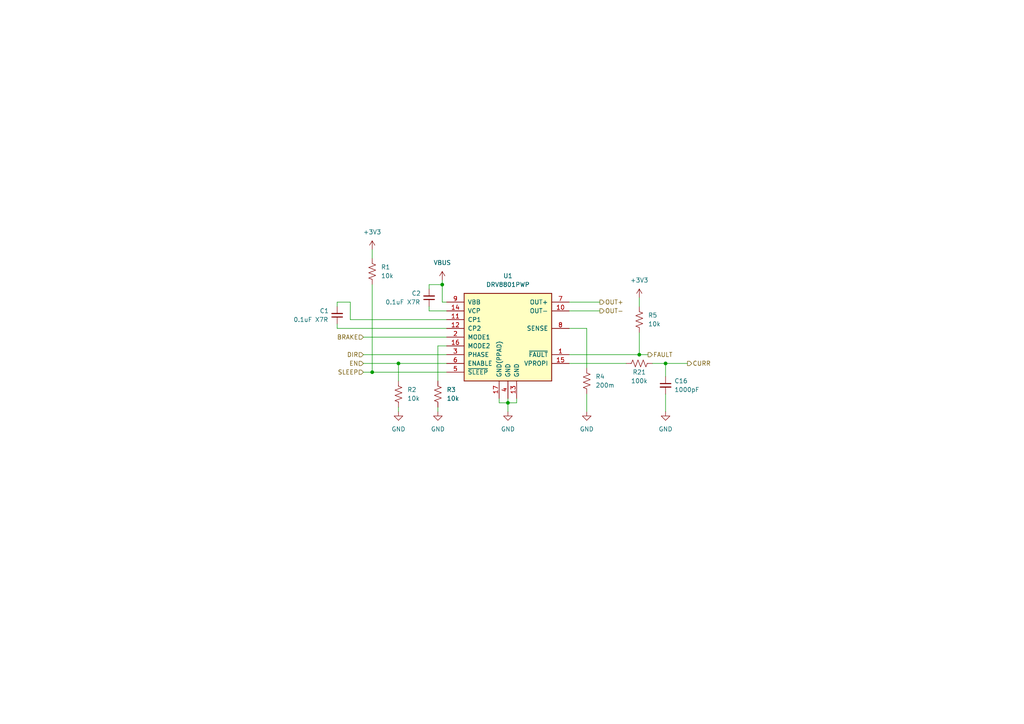
<source format=kicad_sch>
(kicad_sch (version 20211123) (generator eeschema)
  (paper "A4")
  (lib_symbols
    (symbol "Device:C_Small" (pin_numbers hide) (pin_names (offset 0.254) hide)
      (property "Reference" "C" (at 0.254 1.778 0))
      (property "Value" "C_Small" (at 0.254 -2.032 0))
      (symbol "C_Small_0_1"
        (polyline (pts (xy -1.524 -0.508) (xy 1.524 -0.508)) (stroke (width 0.3302)))
        (polyline (pts (xy -1.524 0.508) (xy 1.524 0.508)) (stroke (width 0.3048)))
      )
      (symbol "C_Small_1_1"
        (pin passive line (at 0 2.54 270) (length 2.032) (name "~") (number "1"))
        (pin passive line (at 0 -2.54 90) (length 2.032) (name "~") (number "2"))
      )
    )
    (symbol "Device:R_US" (pin_numbers hide) (pin_names (offset 0))
      (property "Reference" "R" (at 2.54 0 90))
      (property "Value" "R_US" (at -2.54 0 90))
      (symbol "R_US_0_1"
        (polyline (pts (xy 0 -2.286) (xy 0 -2.54)))
        (polyline (pts (xy 0 2.286) (xy 0 2.54)))
        (polyline (pts (xy 0 -0.762) (xy 1.016 -1.143) (xy 0 -1.524) (xy -1.016 -1.905) (xy 0 -2.286)))
        (polyline (pts (xy 0 0.762) (xy 1.016 0.381) (xy 0 0) (xy -1.016 -0.381) (xy 0 -0.762)))
        (polyline (pts (xy 0 2.286) (xy 1.016 1.905) (xy 0 1.524) (xy -1.016 1.143) (xy 0 0.762)))
      )
      (symbol "R_US_1_1"
        (pin passive line (at 0 3.81 270) (length 1.27) (name "~") (number "1"))
        (pin passive line (at 0 -3.81 90) (length 1.27) (name "~") (number "2"))
      )
    )
    (symbol "Driver_Motor:DRV8801PWP" (pin_names (offset 1.016))
      (property "Reference" "U" (at -12.7 16.51 0))
      (property "Value" "DRV8801PWP" (at -12.7 13.97 0))
      (symbol "DRV8801PWP_0_1"
        (rectangle (start -12.7 12.7) (end 12.7 -12.7) (stroke (width 0.254)) (fill (type background)))
      )
      (symbol "DRV8801PWP_1_1"
        (pin open_collector line (at 17.78 -5.08 180) (length 5.08) (name "~{FAULT}") (number "1"))
        (pin power_out line (at 17.78 7.62 180) (length 5.08) (name "OUT-") (number "10"))
        (pin power_in line (at -17.78 5.08 0) (length 5.08) (name "CP1") (number "11"))
        (pin power_in line (at -17.78 2.54 0) (length 5.08) (name "CP2") (number "12"))
        (pin power_in line (at 2.54 -17.78 90) (length 5.08) (name "GND") (number "13"))
        (pin power_in line (at -17.78 7.62 0) (length 5.08) (name "VCP") (number "14"))
        (pin output line (at 17.78 -7.62 180) (length 5.08) (name "VPROPI") (number "15"))
        (pin input line (at -17.78 -2.54 0) (length 5.08) (name "MODE2") (number "16"))
        (pin power_in line (at -2.54 -17.78 90) (length 5.08) (name "GND(PPAD)") (number "17"))
        (pin input line (at -17.78 0 0) (length 5.08) (name "MODE1") (number "2"))
        (pin input line (at -17.78 -5.08 0) (length 5.08) (name "PHASE") (number "3"))
        (pin power_in line (at 0 -17.78 90) (length 5.08) (name "GND") (number "4"))
        (pin input line (at -17.78 -10.16 0) (length 5.08) (name "~{SLEEP}") (number "5"))
        (pin input line (at -17.78 -7.62 0) (length 5.08) (name "ENABLE") (number "6"))
        (pin power_out line (at 17.78 10.16 180) (length 5.08) (name "OUT+") (number "7"))
        (pin power_out line (at 17.78 2.54 180) (length 5.08) (name "SENSE") (number "8"))
        (pin power_in line (at -17.78 10.16 0) (length 5.08) (name "VBB") (number "9"))
      )
    )
    (symbol "power:+3V3" (power) (pin_names (offset 0))
      (property "Value" "+3V3" (at 0 3.556 0))
      (symbol "+3V3_0_1"
        (polyline (pts (xy -0.762 1.27) (xy 0 2.54)))
        (polyline (pts (xy 0 0) (xy 0 2.54)))
        (polyline (pts (xy 0 2.54) (xy 0.762 1.27)))
      )
      (symbol "+3V3_1_1"
        (pin power_in line (at 0 0 90) (length 0) hide (name "+3V3") (number "1"))
      )
    )
    (symbol "power:GND" (power) (pin_names (offset 0))
      (property "Value" "GND" (at 0 -3.81 0))
      (symbol "GND_0_1"
        (polyline (pts (xy 0 0) (xy 0 -1.27) (xy 1.27 -1.27) (xy 0 -2.54) (xy -1.27 -1.27) (xy 0 -1.27)))
      )
      (symbol "GND_1_1"
        (pin power_in line (at 0 0 270) (length 0) hide (name "GND") (number "1"))
      )
    )
    (symbol "power:VBUS" (power) (pin_names (offset 0))
      (property "Value" "VBUS" (at 0 3.81 0))
      (symbol "VBUS_0_1"
        (polyline (pts (xy -0.762 1.27) (xy 0 2.54)))
        (polyline (pts (xy 0 0) (xy 0 2.54)))
        (polyline (pts (xy 0 2.54) (xy 0.762 1.27)))
      )
      (symbol "VBUS_1_1"
        (pin power_in line (at 0 0 90) (length 0) hide (name "VBUS") (number "1"))
      )
    )
  )
  (junction (at 107.95 107.95))
  (junction (at 115.57 105.41))
  (junction (at 147.32 116.84))
  (junction (at 185.42 102.87))
  (junction (at 193.04 105.41))
  (junction (at 128.27 82.55))
  (wire (pts (xy 185.42 102.87) (xy 185.42 96.52)))
  (wire (pts (xy 193.04 105.41) (xy 199.39 105.41)))
  (wire (pts (xy 147.32 115.57) (xy 147.32 116.84)))
  (wire (pts (xy 193.04 109.22) (xy 193.04 105.41)))
  (wire (pts (xy 105.41 105.41) (xy 115.57 105.41)))
  (wire (pts (xy 105.41 97.79) (xy 129.54 97.79)))
  (wire (pts (xy 193.04 114.3) (xy 193.04 119.38)))
  (wire (pts (xy 147.32 116.84) (xy 147.32 119.38)))
  (wire (pts (xy 128.27 82.55) (xy 128.27 87.63)))
  (wire (pts (xy 101.6 87.63) (xy 101.6 92.71)))
  (wire (pts (xy 107.95 72.39) (xy 107.95 74.93)))
  (wire (pts (xy 105.41 107.95) (xy 107.95 107.95)))
  (wire (pts (xy 193.04 105.41) (xy 189.23 105.41)))
  (wire (pts (xy 107.95 107.95) (xy 129.54 107.95)))
  (wire (pts (xy 115.57 105.41) (xy 115.57 110.49)))
  (wire (pts (xy 144.78 115.57) (xy 144.78 116.84)))
  (wire (pts (xy 127 118.11) (xy 127 119.38)))
  (wire (pts (xy 165.1 102.87) (xy 185.42 102.87)))
  (wire (pts (xy 97.79 87.63) (xy 101.6 87.63)))
  (wire (pts (xy 97.79 87.63) (xy 97.79 88.9)))
  (wire (pts (xy 127 110.49) (xy 127 100.33)))
  (wire (pts (xy 124.46 82.55) (xy 124.46 83.82)))
  (wire (pts (xy 165.1 87.63) (xy 173.99 87.63)))
  (wire (pts (xy 144.78 116.84) (xy 147.32 116.84)))
  (wire (pts (xy 185.42 86.36) (xy 185.42 88.9)))
  (wire (pts (xy 185.42 102.87) (xy 187.96 102.87)))
  (wire (pts (xy 170.18 95.25) (xy 165.1 95.25)))
  (wire (pts (xy 115.57 118.11) (xy 115.57 119.38)))
  (wire (pts (xy 127 100.33) (xy 129.54 100.33)))
  (wire (pts (xy 165.1 105.41) (xy 181.61 105.41)))
  (wire (pts (xy 170.18 106.68) (xy 170.18 95.25)))
  (wire (pts (xy 115.57 105.41) (xy 129.54 105.41)))
  (wire (pts (xy 97.79 95.25) (xy 97.79 93.98)))
  (wire (pts (xy 149.86 116.84) (xy 149.86 115.57)))
  (wire (pts (xy 128.27 82.55) (xy 124.46 82.55)))
  (wire (pts (xy 105.41 102.87) (xy 129.54 102.87)))
  (wire (pts (xy 165.1 90.17) (xy 173.99 90.17)))
  (wire (pts (xy 124.46 90.17) (xy 124.46 88.9)))
  (wire (pts (xy 147.32 116.84) (xy 149.86 116.84)))
  (wire (pts (xy 170.18 114.3) (xy 170.18 119.38)))
  (wire (pts (xy 128.27 87.63) (xy 129.54 87.63)))
  (wire (pts (xy 101.6 92.71) (xy 129.54 92.71)))
  (wire (pts (xy 129.54 90.17) (xy 124.46 90.17)))
  (wire (pts (xy 97.79 95.25) (xy 129.54 95.25)))
  (wire (pts (xy 128.27 81.28) (xy 128.27 82.55)))
  (wire (pts (xy 107.95 82.55) (xy 107.95 107.95)))
  (hierarchical_label "CURR" (shape output) (at 199.39 105.41 0))
  (hierarchical_label "DIR" (shape input) (at 105.41 102.87 180))
  (hierarchical_label "BRAKE" (shape input) (at 105.41 97.79 180))
  (hierarchical_label "OUT-" (shape output) (at 173.99 90.17 0))
  (hierarchical_label "SLEEP" (shape input) (at 105.41 107.95 180))
  (hierarchical_label "EN" (shape input) (at 105.41 105.41 180))
  (hierarchical_label "FAULT" (shape output) (at 187.96 102.87 0))
  (hierarchical_label "OUT+" (shape output) (at 173.99 87.63 0))
  (symbol (lib_id "Device:R_US") (at 127 114.3 0) (unit 1)
    (property "Reference" "R3" (at 129.54 113.0299 0) (effects (justify left)))
    (property "Value" "10k" (at 129.54 115.5699 0) (effects (justify left)))
    (property "Footprint" "Resistor_SMD:R_0402_1005Metric" (effects hide))
    (property "LCSC Part Number" "C60490" (effects hide))
  )
  (symbol (lib_id "Device:C_Small") (at 193.04 111.76 0) (unit 1)
    (property "Reference" "C16" (at 195.58 110.4962 0) (effects (justify left)))
    (property "Value" "1000pF" (at 195.58 113.0362 0) (effects (justify left)))
    (property "Footprint" "Capacitor_SMD:C_0603_1608Metric" (effects hide))
    (property "LCSC Part Number" "C100040" (effects hide))
  )
  (symbol (lib_id "power:GND") (at 127 119.38 0) (unit 1)
    (property "Reference" "#PWR03" (effects hide))
    (property "Value" "GND" (at 127 124.46 0))
  )
  (symbol (lib_id "Device:R_US") (at 115.57 114.3 0) (unit 1)
    (property "Reference" "R2" (at 118.11 113.0299 0) (effects (justify left)))
    (property "Value" "10k" (at 118.11 115.5699 0) (effects (justify left)))
    (property "Footprint" "Resistor_SMD:R_0402_1005Metric" (effects hide))
    (property "LCSC Part Number" "C60490" (effects hide))
  )
  (symbol (lib_id "Device:C_Small") (at 124.46 86.36 180) (unit 1)
    (property "Reference" "C2" (at 119.38 85.09 0) (effects (justify right)))
    (property "Value" "0.1uF X7R" (at 111.76 87.63 0) (effects (justify right)))
    (property "Footprint" "Capacitor_SMD:C_0402_1005Metric" (effects hide))
    (property "LCSC Part Number" "C131394" (effects hide))
  )
  (symbol (lib_id "power:GND") (at 147.32 119.38 0) (unit 1)
    (property "Reference" "#PWR05" (effects hide))
    (property "Value" "GND" (at 147.32 124.46 0))
  )
  (symbol (lib_id "power:+3V3") (at 107.95 72.39 0) (unit 1)
    (property "Reference" "#PWR01" (effects hide))
    (property "Value" "+3V3" (at 107.95 67.31 0))
  )
  (symbol (lib_id "Device:R_US") (at 170.18 110.49 0) (unit 1)
    (property "Reference" "R4" (at 172.72 109.2199 0) (effects (justify left)))
    (property "Value" "200m" (at 172.72 111.7599 0) (effects (justify left)))
    (property "Footprint" "Resistor_SMD:R_2512_6332Metric" (effects hide))
    (property "LCSC Part Number" "C323786" (effects hide))
  )
  (symbol (lib_id "power:+3V3") (at 185.42 86.36 0) (unit 1)
    (property "Reference" "#PWR07" (effects hide))
    (property "Value" "+3V3" (at 185.42 81.28 0))
  )
  (symbol (lib_id "power:VBUS") (at 128.27 81.28 0) (unit 1)
    (property "Reference" "#PWR04" (effects hide))
    (property "Value" "VBUS" (at 128.27 76.2 0))
  )
  (symbol (lib_id "Driver_Motor:DRV8801PWP") (at 147.32 97.79 0) (unit 1)
    (property "Reference" "U1" (at 147.32 80.01 0))
    (property "Value" "DRV8801PWP" (at 147.32 82.55 0))
    (property "Footprint" "Package_SO:HTSSOP-16-1EP_4.4x5mm_P0.65mm_EP3.4x5mm_Mask3x3mm_ThermalVias" (effects hide))
    (property "Datasheet" "http://www.ti.com/lit/ds/symlink/drv8801.pdf" (effects hide))
    (property "LCSC Part Number" "C41146" (effects hide))
  )
  (symbol (lib_id "power:GND") (at 193.04 119.38 0) (unit 1)
    (property "Reference" "#PWR0103" (effects hide))
    (property "Value" "GND" (at 193.04 124.46 0))
  )
  (symbol (lib_id "Device:C_Small") (at 97.79 91.44 180) (unit 1)
    (property "Reference" "C1" (at 92.71 90.17 0) (effects (justify right)))
    (property "Value" "0.1uF X7R" (at 85.09 92.71 0) (effects (justify right)))
    (property "Footprint" "Capacitor_SMD:C_0402_1005Metric" (effects hide))
    (property "LCSC Part Number" "C131394" (effects hide))
  )
  (symbol (lib_id "Device:R_US") (at 185.42 105.41 90) (unit 1)
    (property "Reference" "R21" (at 185.42 107.95 90))
    (property "Value" "100k" (at 185.42 110.49 90))
    (property "Footprint" "Resistor_SMD:R_0603_1608Metric" (effects hide))
    (property "LCSC Part Number" "C14675" (effects hide))
  )
  (symbol (lib_id "Device:R_US") (at 185.42 92.71 0) (unit 1)
    (property "Reference" "R5" (at 187.96 91.4399 0) (effects (justify left)))
    (property "Value" "10k" (at 187.96 93.9799 0) (effects (justify left)))
    (property "Footprint" "Resistor_SMD:R_0402_1005Metric" (effects hide))
    (property "LCSC Part Number" "C60490" (effects hide))
  )
  (symbol (lib_id "power:GND") (at 115.57 119.38 0) (unit 1)
    (property "Reference" "#PWR02" (effects hide))
    (property "Value" "GND" (at 115.57 124.46 0))
  )
  (symbol (lib_id "Device:R_US") (at 107.95 78.74 0) (unit 1)
    (property "Reference" "R1" (at 110.49 77.4699 0) (effects (justify left)))
    (property "Value" "10k" (at 110.49 80.0099 0) (effects (justify left)))
    (property "Footprint" "Resistor_SMD:R_0402_1005Metric" (effects hide))
    (property "LCSC Part Number" "C60490" (effects hide))
  )
  (symbol (lib_id "power:GND") (at 170.18 119.38 0) (unit 1)
    (property "Reference" "#PWR06" (effects hide))
    (property "Value" "GND" (at 170.18 124.46 0))
  )
)
</source>
